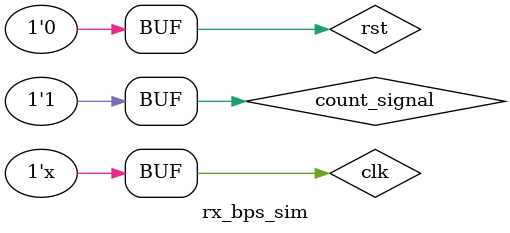
<source format=v>
`timescale 1ns / 1ps

module rx_bps_sim(
 );

reg clk, rst, count_signal;
wire bps_clk;

initial
	begin
		clk <= 1'b0;
		rst <= 1'b1;
		count_signal <= 1'b0;
	end

always
	begin
		#5
		clk <= ~clk;
	end

always
	begin
		#100
		rst <= 1'b0;
		count_signal <= 1'b1;
	end

rx_bps rx_bps_inst(
	.clk(clk),
	.rst(rst),
	.count_signal(count_signal),
	.bps_clk(bps_clk));
endmodule

</source>
